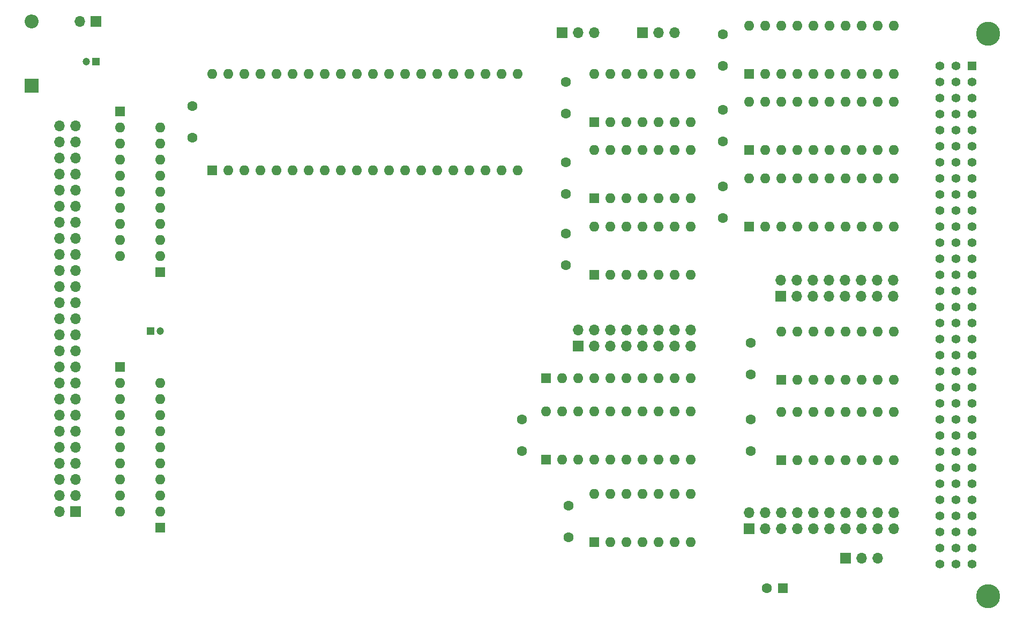
<source format=gbr>
G04 #@! TF.GenerationSoftware,KiCad,Pcbnew,(5.1.8-0-10_14)*
G04 #@! TF.CreationDate,2021-01-06T18:17:56-05:00*
G04 #@! TF.ProjectId,ECB SCSI-1.0-001,45434220-5343-4534-992d-312e302d3030,rev?*
G04 #@! TF.SameCoordinates,Original*
G04 #@! TF.FileFunction,Soldermask,Top*
G04 #@! TF.FilePolarity,Negative*
%FSLAX46Y46*%
G04 Gerber Fmt 4.6, Leading zero omitted, Abs format (unit mm)*
G04 Created by KiCad (PCBNEW (5.1.8-0-10_14)) date 2021-01-06 18:17:56*
%MOMM*%
%LPD*%
G01*
G04 APERTURE LIST*
%ADD10C,1.200000*%
%ADD11R,1.200000X1.200000*%
%ADD12O,1.600000X1.600000*%
%ADD13R,1.600000X1.600000*%
%ADD14O,1.700000X1.700000*%
%ADD15R,1.700000X1.700000*%
%ADD16C,1.600000*%
%ADD17C,3.810000*%
%ADD18C,1.397000*%
%ADD19R,1.397000X1.397000*%
%ADD20O,2.200000X2.200000*%
%ADD21R,2.200000X2.200000*%
G04 APERTURE END LIST*
D10*
X53110000Y-48260000D03*
D11*
X54610000Y-48260000D03*
D10*
X64770000Y-90805000D03*
D11*
X63270000Y-90805000D03*
D12*
X133350000Y-116586000D03*
X148590000Y-124206000D03*
X135890000Y-116586000D03*
X146050000Y-124206000D03*
X138430000Y-116586000D03*
X143510000Y-124206000D03*
X140970000Y-116586000D03*
X140970000Y-124206000D03*
X143510000Y-116586000D03*
X138430000Y-124206000D03*
X146050000Y-116586000D03*
X135890000Y-124206000D03*
X148590000Y-116586000D03*
D13*
X133350000Y-124206000D03*
D12*
X133350000Y-74295000D03*
X148590000Y-81915000D03*
X135890000Y-74295000D03*
X146050000Y-81915000D03*
X138430000Y-74295000D03*
X143510000Y-81915000D03*
X140970000Y-74295000D03*
X140970000Y-81915000D03*
X143510000Y-74295000D03*
X138430000Y-81915000D03*
X146050000Y-74295000D03*
X135890000Y-81915000D03*
X148590000Y-74295000D03*
D13*
X133350000Y-81915000D03*
D14*
X146050000Y-43688000D03*
X143510000Y-43688000D03*
D15*
X140970000Y-43688000D03*
D16*
X129286000Y-118444000D03*
X129286000Y-123444000D03*
X69850000Y-60245000D03*
X69850000Y-55245000D03*
D14*
X48895000Y-58420000D03*
X51435000Y-58420000D03*
X48895000Y-60960000D03*
X51435000Y-60960000D03*
X48895000Y-63500000D03*
X51435000Y-63500000D03*
X48895000Y-66040000D03*
X51435000Y-66040000D03*
X48895000Y-68580000D03*
X51435000Y-68580000D03*
X48895000Y-71120000D03*
X51435000Y-71120000D03*
X48895000Y-73660000D03*
X51435000Y-73660000D03*
X48895000Y-76200000D03*
X51435000Y-76200000D03*
X48895000Y-78740000D03*
X51435000Y-78740000D03*
X48895000Y-81280000D03*
X51435000Y-81280000D03*
X48895000Y-83820000D03*
X51435000Y-83820000D03*
X48895000Y-86360000D03*
X51435000Y-86360000D03*
X48895000Y-88900000D03*
X51435000Y-88900000D03*
X48895000Y-91440000D03*
X51435000Y-91440000D03*
X48895000Y-93980000D03*
X51435000Y-93980000D03*
X48895000Y-96520000D03*
X51435000Y-96520000D03*
X48895000Y-99060000D03*
X51435000Y-99060000D03*
X48895000Y-101600000D03*
X51435000Y-101600000D03*
X48895000Y-104140000D03*
X51435000Y-104140000D03*
X48895000Y-106680000D03*
X51435000Y-106680000D03*
X48895000Y-109220000D03*
X51435000Y-109220000D03*
X48895000Y-111760000D03*
X51435000Y-111760000D03*
X48895000Y-114300000D03*
X51435000Y-114300000D03*
X48895000Y-116840000D03*
X51435000Y-116840000D03*
X48895000Y-119380000D03*
D15*
X51435000Y-119380000D03*
D12*
X73025000Y-50165000D03*
X121285000Y-65405000D03*
X75565000Y-50165000D03*
X118745000Y-65405000D03*
X78105000Y-50165000D03*
X116205000Y-65405000D03*
X80645000Y-50165000D03*
X113665000Y-65405000D03*
X83185000Y-50165000D03*
X111125000Y-65405000D03*
X85725000Y-50165000D03*
X108585000Y-65405000D03*
X88265000Y-50165000D03*
X106045000Y-65405000D03*
X90805000Y-50165000D03*
X103505000Y-65405000D03*
X93345000Y-50165000D03*
X100965000Y-65405000D03*
X95885000Y-50165000D03*
X98425000Y-65405000D03*
X98425000Y-50165000D03*
X95885000Y-65405000D03*
X100965000Y-50165000D03*
X93345000Y-65405000D03*
X103505000Y-50165000D03*
X90805000Y-65405000D03*
X106045000Y-50165000D03*
X88265000Y-65405000D03*
X108585000Y-50165000D03*
X85725000Y-65405000D03*
X111125000Y-50165000D03*
X83185000Y-65405000D03*
X113665000Y-50165000D03*
X80645000Y-65405000D03*
X116205000Y-50165000D03*
X78105000Y-65405000D03*
X118745000Y-50165000D03*
X75565000Y-65405000D03*
X121285000Y-50165000D03*
D13*
X73025000Y-65405000D03*
D12*
X125730000Y-103505000D03*
X148590000Y-111125000D03*
X128270000Y-103505000D03*
X146050000Y-111125000D03*
X130810000Y-103505000D03*
X143510000Y-111125000D03*
X133350000Y-103505000D03*
X140970000Y-111125000D03*
X135890000Y-103505000D03*
X138430000Y-111125000D03*
X138430000Y-103505000D03*
X135890000Y-111125000D03*
X140970000Y-103505000D03*
X133350000Y-111125000D03*
X143510000Y-103505000D03*
X130810000Y-111125000D03*
X146050000Y-103505000D03*
X128270000Y-111125000D03*
X148590000Y-103505000D03*
D13*
X125730000Y-111125000D03*
D12*
X133350000Y-50165000D03*
X148590000Y-57785000D03*
X135890000Y-50165000D03*
X146050000Y-57785000D03*
X138430000Y-50165000D03*
X143510000Y-57785000D03*
X140970000Y-50165000D03*
X140970000Y-57785000D03*
X143510000Y-50165000D03*
X138430000Y-57785000D03*
X146050000Y-50165000D03*
X135890000Y-57785000D03*
X148590000Y-50165000D03*
D13*
X133350000Y-57785000D03*
D12*
X133350000Y-62230000D03*
X148590000Y-69850000D03*
X135890000Y-62230000D03*
X146050000Y-69850000D03*
X138430000Y-62230000D03*
X143510000Y-69850000D03*
X140970000Y-62230000D03*
X140970000Y-69850000D03*
X143510000Y-62230000D03*
X138430000Y-69850000D03*
X146050000Y-62230000D03*
X135890000Y-69850000D03*
X148590000Y-62230000D03*
D13*
X133350000Y-69850000D03*
D12*
X162941000Y-103632000D03*
X180721000Y-111252000D03*
X165481000Y-103632000D03*
X178181000Y-111252000D03*
X168021000Y-103632000D03*
X175641000Y-111252000D03*
X170561000Y-103632000D03*
X173101000Y-111252000D03*
X173101000Y-103632000D03*
X170561000Y-111252000D03*
X175641000Y-103632000D03*
X168021000Y-111252000D03*
X178181000Y-103632000D03*
X165481000Y-111252000D03*
X180721000Y-103632000D03*
D13*
X162941000Y-111252000D03*
D12*
X157861000Y-42545000D03*
X180721000Y-50165000D03*
X160401000Y-42545000D03*
X178181000Y-50165000D03*
X162941000Y-42545000D03*
X175641000Y-50165000D03*
X165481000Y-42545000D03*
X173101000Y-50165000D03*
X168021000Y-42545000D03*
X170561000Y-50165000D03*
X170561000Y-42545000D03*
X168021000Y-50165000D03*
X173101000Y-42545000D03*
X165481000Y-50165000D03*
X175641000Y-42545000D03*
X162941000Y-50165000D03*
X178181000Y-42545000D03*
X160401000Y-50165000D03*
X180721000Y-42545000D03*
D13*
X157861000Y-50165000D03*
D12*
X162941000Y-90932000D03*
X180721000Y-98552000D03*
X165481000Y-90932000D03*
X178181000Y-98552000D03*
X168021000Y-90932000D03*
X175641000Y-98552000D03*
X170561000Y-90932000D03*
X173101000Y-98552000D03*
X173101000Y-90932000D03*
X170561000Y-98552000D03*
X175641000Y-90932000D03*
X168021000Y-98552000D03*
X178181000Y-90932000D03*
X165481000Y-98552000D03*
X180721000Y-90932000D03*
D13*
X162941000Y-98552000D03*
D12*
X157861000Y-54610000D03*
X180721000Y-62230000D03*
X160401000Y-54610000D03*
X178181000Y-62230000D03*
X162941000Y-54610000D03*
X175641000Y-62230000D03*
X165481000Y-54610000D03*
X173101000Y-62230000D03*
X168021000Y-54610000D03*
X170561000Y-62230000D03*
X170561000Y-54610000D03*
X168021000Y-62230000D03*
X173101000Y-54610000D03*
X165481000Y-62230000D03*
X175641000Y-54610000D03*
X162941000Y-62230000D03*
X178181000Y-54610000D03*
X160401000Y-62230000D03*
X180721000Y-54610000D03*
D13*
X157861000Y-62230000D03*
D12*
X157861000Y-66675000D03*
X180721000Y-74295000D03*
X160401000Y-66675000D03*
X178181000Y-74295000D03*
X162941000Y-66675000D03*
X175641000Y-74295000D03*
X165481000Y-66675000D03*
X173101000Y-74295000D03*
X168021000Y-66675000D03*
X170561000Y-74295000D03*
X170561000Y-66675000D03*
X168021000Y-74295000D03*
X173101000Y-66675000D03*
X165481000Y-74295000D03*
X175641000Y-66675000D03*
X162941000Y-74295000D03*
X178181000Y-66675000D03*
X160401000Y-74295000D03*
X180721000Y-66675000D03*
D13*
X157861000Y-74295000D03*
D12*
X64770000Y-99060000D03*
X64770000Y-101600000D03*
X64770000Y-104140000D03*
X64770000Y-106680000D03*
X64770000Y-109220000D03*
X64770000Y-111760000D03*
X64770000Y-114300000D03*
X64770000Y-116840000D03*
X64770000Y-119380000D03*
D13*
X64770000Y-121920000D03*
D12*
X58420000Y-119380000D03*
X58420000Y-116840000D03*
X58420000Y-114300000D03*
X58420000Y-111760000D03*
X58420000Y-109220000D03*
X58420000Y-106680000D03*
X58420000Y-104140000D03*
X58420000Y-101600000D03*
X58420000Y-99060000D03*
D13*
X58420000Y-96520000D03*
D12*
X58420000Y-78994000D03*
X58420000Y-76454000D03*
X58420000Y-73914000D03*
X58420000Y-71374000D03*
X58420000Y-68834000D03*
X58420000Y-66294000D03*
X58420000Y-63754000D03*
X58420000Y-61214000D03*
X58420000Y-58674000D03*
D13*
X58420000Y-56134000D03*
D12*
X64770000Y-58674000D03*
X64770000Y-61214000D03*
X64770000Y-63754000D03*
X64770000Y-66294000D03*
X64770000Y-68834000D03*
X64770000Y-71374000D03*
X64770000Y-73914000D03*
X64770000Y-76454000D03*
X64770000Y-78994000D03*
D13*
X64770000Y-81534000D03*
D12*
X148590000Y-98298000D03*
X146050000Y-98298000D03*
X143510000Y-98298000D03*
X140970000Y-98298000D03*
X138430000Y-98298000D03*
X135890000Y-98298000D03*
X133350000Y-98298000D03*
X130810000Y-98298000D03*
X128270000Y-98298000D03*
D13*
X125730000Y-98298000D03*
D14*
X180594000Y-82804000D03*
X180594000Y-85344000D03*
X178054000Y-82804000D03*
X178054000Y-85344000D03*
X175514000Y-82804000D03*
X175514000Y-85344000D03*
X172974000Y-82804000D03*
X172974000Y-85344000D03*
X170434000Y-82804000D03*
X170434000Y-85344000D03*
X167894000Y-82804000D03*
X167894000Y-85344000D03*
X165354000Y-82804000D03*
X165354000Y-85344000D03*
X162814000Y-82804000D03*
D15*
X162814000Y-85344000D03*
D14*
X180721000Y-119507000D03*
X180721000Y-122047000D03*
X178181000Y-119507000D03*
X178181000Y-122047000D03*
X175641000Y-119507000D03*
X175641000Y-122047000D03*
X173101000Y-119507000D03*
X173101000Y-122047000D03*
X170561000Y-119507000D03*
X170561000Y-122047000D03*
X168021000Y-119507000D03*
X168021000Y-122047000D03*
X165481000Y-119507000D03*
X165481000Y-122047000D03*
X162941000Y-119507000D03*
X162941000Y-122047000D03*
X160401000Y-119507000D03*
X160401000Y-122047000D03*
X157861000Y-119507000D03*
D15*
X157861000Y-122047000D03*
D14*
X178181000Y-126746000D03*
X175641000Y-126746000D03*
D15*
X173101000Y-126746000D03*
D14*
X52070000Y-41910000D03*
D15*
X54610000Y-41910000D03*
D14*
X148590000Y-90678000D03*
X148590000Y-93218000D03*
X146050000Y-90678000D03*
X146050000Y-93218000D03*
X143510000Y-90678000D03*
X143510000Y-93218000D03*
X140970000Y-90678000D03*
X140970000Y-93218000D03*
X138430000Y-90678000D03*
X138430000Y-93218000D03*
X135890000Y-90678000D03*
X135890000Y-93218000D03*
X133350000Y-90678000D03*
X133350000Y-93218000D03*
X130810000Y-90678000D03*
D15*
X130810000Y-93218000D03*
D14*
X133350000Y-43688000D03*
X130810000Y-43688000D03*
D15*
X128270000Y-43688000D03*
D17*
X195580000Y-43815000D03*
X195580000Y-132715000D03*
D18*
X187960000Y-127635000D03*
X187960000Y-125095000D03*
X187960000Y-122555000D03*
X187960000Y-120015000D03*
X187960000Y-117475000D03*
X187960000Y-114935000D03*
X187960000Y-112395000D03*
X187960000Y-109855000D03*
X187960000Y-107315000D03*
X187960000Y-104775000D03*
X187960000Y-102235000D03*
X187960000Y-99695000D03*
X187960000Y-97155000D03*
X187960000Y-94615000D03*
X187960000Y-92075000D03*
X187960000Y-89535000D03*
X187960000Y-86995000D03*
X187960000Y-84455000D03*
X187960000Y-81915000D03*
X187960000Y-79375000D03*
X187960000Y-76835000D03*
X187960000Y-74295000D03*
X187960000Y-71755000D03*
X187960000Y-69215000D03*
X187960000Y-66675000D03*
X187960000Y-64135000D03*
X187960000Y-61595000D03*
X187960000Y-59055000D03*
X187960000Y-56515000D03*
X187960000Y-53975000D03*
X187960000Y-51435000D03*
X187960000Y-48895000D03*
X190500000Y-127635000D03*
X190500000Y-125095000D03*
X190500000Y-122555000D03*
X190500000Y-120015000D03*
X190500000Y-117475000D03*
X190500000Y-114935000D03*
X190500000Y-112395000D03*
X190500000Y-109855000D03*
X190500000Y-107315000D03*
X190500000Y-104775000D03*
X190500000Y-102235000D03*
X190500000Y-99695000D03*
X190500000Y-97155000D03*
X190500000Y-94615000D03*
X190500000Y-92075000D03*
X190500000Y-89535000D03*
X190500000Y-86995000D03*
X190500000Y-84455000D03*
X190500000Y-81915000D03*
X190500000Y-79375000D03*
X190500000Y-76835000D03*
X190500000Y-74295000D03*
X190500000Y-71755000D03*
X190500000Y-69215000D03*
X190500000Y-66675000D03*
X190500000Y-64135000D03*
X190500000Y-61595000D03*
X190500000Y-59055000D03*
X190500000Y-56515000D03*
X190500000Y-53975000D03*
X190500000Y-51435000D03*
X190500000Y-48895000D03*
X193040000Y-127635000D03*
X193040000Y-125095000D03*
X193040000Y-122555000D03*
X193040000Y-120015000D03*
X193040000Y-117475000D03*
X193040000Y-114935000D03*
X193040000Y-112395000D03*
X193040000Y-109855000D03*
X193040000Y-107315000D03*
X193040000Y-104775000D03*
X193040000Y-102235000D03*
X193040000Y-99695000D03*
X193040000Y-97155000D03*
X193040000Y-94615000D03*
X193040000Y-92075000D03*
X193040000Y-89535000D03*
X193040000Y-86995000D03*
X193040000Y-84455000D03*
X193040000Y-81915000D03*
X193040000Y-79375000D03*
X193040000Y-76835000D03*
X193040000Y-74295000D03*
X193040000Y-71755000D03*
X193040000Y-69215000D03*
X193040000Y-66675000D03*
X193040000Y-64135000D03*
X193040000Y-61595000D03*
X193040000Y-59055000D03*
X193040000Y-56515000D03*
X193040000Y-53975000D03*
X193040000Y-51435000D03*
D19*
X193040000Y-48895000D03*
D20*
X44450000Y-41910000D03*
D21*
X44450000Y-52070000D03*
D16*
X121920000Y-104775000D03*
X121920000Y-109775000D03*
X128905000Y-75438000D03*
X128905000Y-80438000D03*
X128905000Y-64135000D03*
X128905000Y-69135000D03*
X128905000Y-51435000D03*
X128905000Y-56435000D03*
X153670000Y-43895000D03*
X153670000Y-48895000D03*
X153670000Y-55880000D03*
X153670000Y-60880000D03*
X153670000Y-67945000D03*
X153670000Y-72945000D03*
X158115000Y-92710000D03*
X158115000Y-97710000D03*
X158115000Y-104775000D03*
X158115000Y-109775000D03*
X160695000Y-131445000D03*
D13*
X163195000Y-131445000D03*
M02*

</source>
